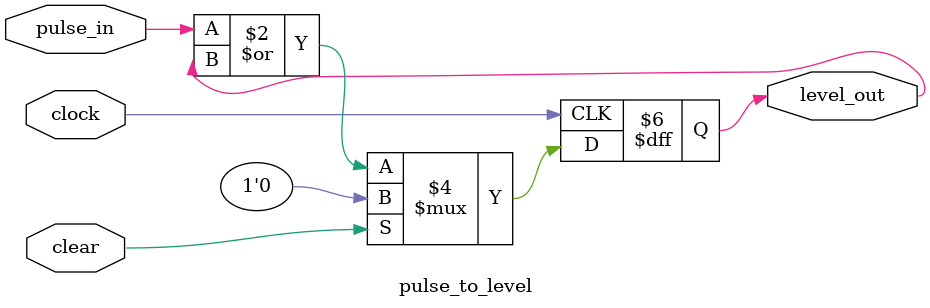
<source format=v>


module pulse_to_level
(
    input   wire    clock,
    input   wire    clear,
    input   wire    pulse_in,
    output  reg     level_out
);

    initial begin
        level_out = 1'b0;
    end

    always @(posedge clock) begin
        level_out = pulse_in | level_out;
        level_out = (clear == 1'b1) ? 1'b0 : level_out;
    end

endmodule


</source>
